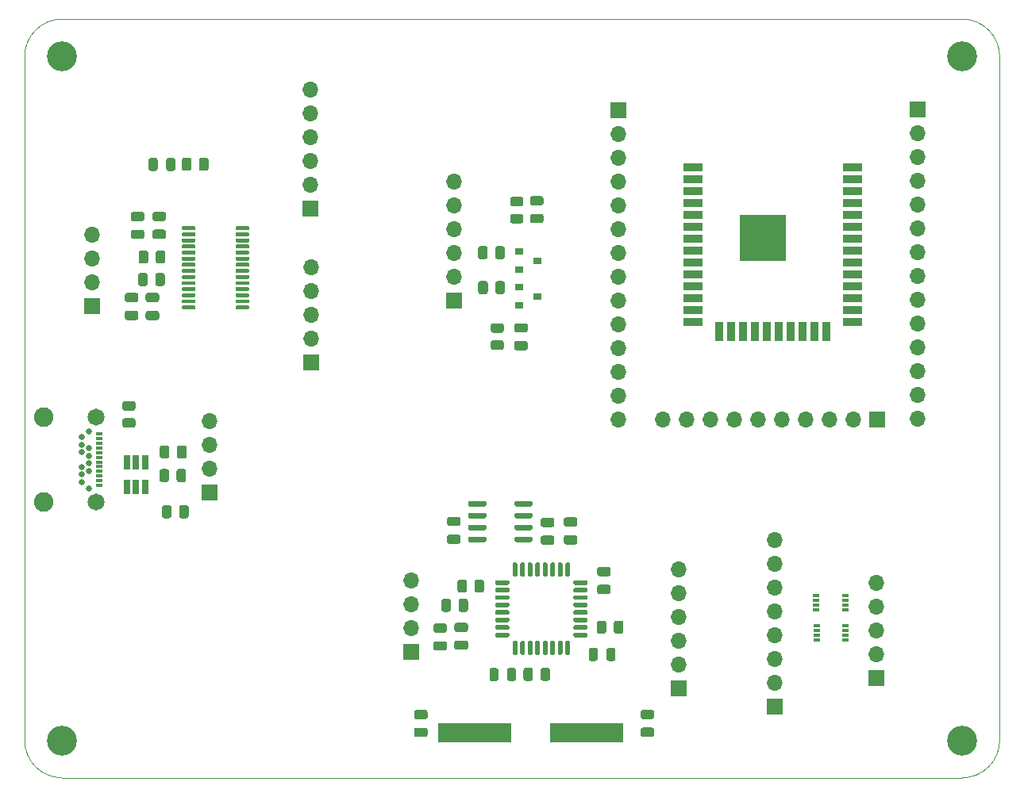
<source format=gbr>
%TF.GenerationSoftware,KiCad,Pcbnew,(5.1.10)-1*%
%TF.CreationDate,2021-08-05T14:48:44-04:00*%
%TF.ProjectId,ftdi-testing-board,66746469-2d74-4657-9374-696e672d626f,rev?*%
%TF.SameCoordinates,Original*%
%TF.FileFunction,Soldermask,Top*%
%TF.FilePolarity,Negative*%
%FSLAX46Y46*%
G04 Gerber Fmt 4.6, Leading zero omitted, Abs format (unit mm)*
G04 Created by KiCad (PCBNEW (5.1.10)-1) date 2021-08-05 14:48:44*
%MOMM*%
%LPD*%
G01*
G04 APERTURE LIST*
%TA.AperFunction,Profile*%
%ADD10C,0.050000*%
%TD*%
%ADD11C,3.200000*%
%ADD12O,1.700000X1.700000*%
%ADD13R,1.700000X1.700000*%
%ADD14R,0.650000X1.560000*%
%ADD15C,1.815000*%
%ADD16C,2.085000*%
%ADD17C,0.650000*%
%ADD18R,0.700000X0.350000*%
%ADD19R,0.900000X0.800000*%
%ADD20R,0.800000X0.300000*%
%ADD21R,5.000000X5.000000*%
%ADD22R,2.000000X0.900000*%
%ADD23R,0.900000X2.000000*%
%ADD24R,7.875000X2.000000*%
G04 APERTURE END LIST*
D10*
X242000000Y-94000000D02*
G75*
G03*
X238000000Y-90000000I-4000000J0D01*
G01*
X238000000Y-171000000D02*
G75*
G03*
X242000000Y-167000000I0J4000000D01*
G01*
X138000000Y-167000000D02*
G75*
G03*
X142000000Y-171000000I4000000J0D01*
G01*
X142000000Y-90000000D02*
G75*
G03*
X138000000Y-94000000I0J-4000000D01*
G01*
X138000000Y-167000000D02*
X138000000Y-94000000D01*
X238000000Y-90000000D02*
X142000000Y-90000000D01*
X242000000Y-167000000D02*
X242000000Y-94000000D01*
X142000000Y-171000000D02*
X238000000Y-171000000D01*
D11*
%TO.C,REF\u002A\u002A*%
X142000000Y-94000000D03*
%TD*%
%TO.C,REF\u002A\u002A*%
X238000000Y-94000000D03*
%TD*%
%TO.C,REF\u002A\u002A*%
X238000000Y-167000000D03*
%TD*%
%TO.C,REF\u002A\u002A*%
X142000000Y-167000000D03*
%TD*%
D12*
%TO.C,J13*%
X207751680Y-148757640D03*
X207751680Y-151297640D03*
X207751680Y-153837640D03*
X207751680Y-156377640D03*
X207751680Y-158917640D03*
D13*
X207751680Y-161457640D03*
%TD*%
D12*
%TO.C,J11*%
X168490900Y-97551240D03*
X168490900Y-100091240D03*
X168490900Y-102631240D03*
X168490900Y-105171240D03*
X168490900Y-107711240D03*
D13*
X168490900Y-110251240D03*
%TD*%
D12*
%TO.C,J2*%
X183779160Y-107332780D03*
X183779160Y-109872780D03*
X183779160Y-112412780D03*
X183779160Y-114952780D03*
X183779160Y-117492780D03*
D13*
X183779160Y-120032780D03*
%TD*%
%TO.C,C1*%
G36*
G01*
X193098440Y-111795220D02*
X192148440Y-111795220D01*
G75*
G02*
X191898440Y-111545220I0J250000D01*
G01*
X191898440Y-111045220D01*
G75*
G02*
X192148440Y-110795220I250000J0D01*
G01*
X193098440Y-110795220D01*
G75*
G02*
X193348440Y-111045220I0J-250000D01*
G01*
X193348440Y-111545220D01*
G75*
G02*
X193098440Y-111795220I-250000J0D01*
G01*
G37*
G36*
G01*
X193098440Y-109895220D02*
X192148440Y-109895220D01*
G75*
G02*
X191898440Y-109645220I0J250000D01*
G01*
X191898440Y-109145220D01*
G75*
G02*
X192148440Y-108895220I250000J0D01*
G01*
X193098440Y-108895220D01*
G75*
G02*
X193348440Y-109145220I0J-250000D01*
G01*
X193348440Y-109645220D01*
G75*
G02*
X193098440Y-109895220I-250000J0D01*
G01*
G37*
%TD*%
%TO.C,C2*%
G36*
G01*
X190469500Y-124366440D02*
X191419500Y-124366440D01*
G75*
G02*
X191669500Y-124616440I0J-250000D01*
G01*
X191669500Y-125116440D01*
G75*
G02*
X191419500Y-125366440I-250000J0D01*
G01*
X190469500Y-125366440D01*
G75*
G02*
X190219500Y-125116440I0J250000D01*
G01*
X190219500Y-124616440D01*
G75*
G02*
X190469500Y-124366440I250000J0D01*
G01*
G37*
G36*
G01*
X190469500Y-122466440D02*
X191419500Y-122466440D01*
G75*
G02*
X191669500Y-122716440I0J-250000D01*
G01*
X191669500Y-123216440D01*
G75*
G02*
X191419500Y-123466440I-250000J0D01*
G01*
X190469500Y-123466440D01*
G75*
G02*
X190219500Y-123216440I0J250000D01*
G01*
X190219500Y-122716440D01*
G75*
G02*
X190469500Y-122466440I250000J0D01*
G01*
G37*
%TD*%
%TO.C,C3*%
G36*
G01*
X184091560Y-156342540D02*
X185041560Y-156342540D01*
G75*
G02*
X185291560Y-156592540I0J-250000D01*
G01*
X185291560Y-157092540D01*
G75*
G02*
X185041560Y-157342540I-250000J0D01*
G01*
X184091560Y-157342540D01*
G75*
G02*
X183841560Y-157092540I0J250000D01*
G01*
X183841560Y-156592540D01*
G75*
G02*
X184091560Y-156342540I250000J0D01*
G01*
G37*
G36*
G01*
X184091560Y-154442540D02*
X185041560Y-154442540D01*
G75*
G02*
X185291560Y-154692540I0J-250000D01*
G01*
X185291560Y-155192540D01*
G75*
G02*
X185041560Y-155442540I-250000J0D01*
G01*
X184091560Y-155442540D01*
G75*
G02*
X183841560Y-155192540I0J250000D01*
G01*
X183841560Y-154692540D01*
G75*
G02*
X184091560Y-154442540I250000J0D01*
G01*
G37*
%TD*%
%TO.C,C4*%
G36*
G01*
X181846200Y-154518700D02*
X182796200Y-154518700D01*
G75*
G02*
X183046200Y-154768700I0J-250000D01*
G01*
X183046200Y-155268700D01*
G75*
G02*
X182796200Y-155518700I-250000J0D01*
G01*
X181846200Y-155518700D01*
G75*
G02*
X181596200Y-155268700I0J250000D01*
G01*
X181596200Y-154768700D01*
G75*
G02*
X181846200Y-154518700I250000J0D01*
G01*
G37*
G36*
G01*
X181846200Y-156418700D02*
X182796200Y-156418700D01*
G75*
G02*
X183046200Y-156668700I0J-250000D01*
G01*
X183046200Y-157168700D01*
G75*
G02*
X182796200Y-157418700I-250000J0D01*
G01*
X181846200Y-157418700D01*
G75*
G02*
X181596200Y-157168700I0J250000D01*
G01*
X181596200Y-156668700D01*
G75*
G02*
X181846200Y-156418700I250000J0D01*
G01*
G37*
%TD*%
%TO.C,C5*%
G36*
G01*
X152829280Y-113469080D02*
X151879280Y-113469080D01*
G75*
G02*
X151629280Y-113219080I0J250000D01*
G01*
X151629280Y-112719080D01*
G75*
G02*
X151879280Y-112469080I250000J0D01*
G01*
X152829280Y-112469080D01*
G75*
G02*
X153079280Y-112719080I0J-250000D01*
G01*
X153079280Y-113219080D01*
G75*
G02*
X152829280Y-113469080I-250000J0D01*
G01*
G37*
G36*
G01*
X152829280Y-111569080D02*
X151879280Y-111569080D01*
G75*
G02*
X151629280Y-111319080I0J250000D01*
G01*
X151629280Y-110819080D01*
G75*
G02*
X151879280Y-110569080I250000J0D01*
G01*
X152829280Y-110569080D01*
G75*
G02*
X153079280Y-110819080I0J-250000D01*
G01*
X153079280Y-111319080D01*
G75*
G02*
X152829280Y-111569080I-250000J0D01*
G01*
G37*
%TD*%
%TO.C,C6*%
G36*
G01*
X196700160Y-146092880D02*
X195750160Y-146092880D01*
G75*
G02*
X195500160Y-145842880I0J250000D01*
G01*
X195500160Y-145342880D01*
G75*
G02*
X195750160Y-145092880I250000J0D01*
G01*
X196700160Y-145092880D01*
G75*
G02*
X196950160Y-145342880I0J-250000D01*
G01*
X196950160Y-145842880D01*
G75*
G02*
X196700160Y-146092880I-250000J0D01*
G01*
G37*
G36*
G01*
X196700160Y-144192880D02*
X195750160Y-144192880D01*
G75*
G02*
X195500160Y-143942880I0J250000D01*
G01*
X195500160Y-143442880D01*
G75*
G02*
X195750160Y-143192880I250000J0D01*
G01*
X196700160Y-143192880D01*
G75*
G02*
X196950160Y-143442880I0J-250000D01*
G01*
X196950160Y-143942880D01*
G75*
G02*
X196700160Y-144192880I-250000J0D01*
G01*
G37*
%TD*%
%TO.C,C7*%
G36*
G01*
X148945580Y-119227980D02*
X149895580Y-119227980D01*
G75*
G02*
X150145580Y-119477980I0J-250000D01*
G01*
X150145580Y-119977980D01*
G75*
G02*
X149895580Y-120227980I-250000J0D01*
G01*
X148945580Y-120227980D01*
G75*
G02*
X148695580Y-119977980I0J250000D01*
G01*
X148695580Y-119477980D01*
G75*
G02*
X148945580Y-119227980I250000J0D01*
G01*
G37*
G36*
G01*
X148945580Y-121127980D02*
X149895580Y-121127980D01*
G75*
G02*
X150145580Y-121377980I0J-250000D01*
G01*
X150145580Y-121877980D01*
G75*
G02*
X149895580Y-122127980I-250000J0D01*
G01*
X148945580Y-122127980D01*
G75*
G02*
X148695580Y-121877980I0J250000D01*
G01*
X148695580Y-121377980D01*
G75*
G02*
X148945580Y-121127980I250000J0D01*
G01*
G37*
%TD*%
%TO.C,C8*%
G36*
G01*
X180738800Y-166654140D02*
X179788800Y-166654140D01*
G75*
G02*
X179538800Y-166404140I0J250000D01*
G01*
X179538800Y-165904140D01*
G75*
G02*
X179788800Y-165654140I250000J0D01*
G01*
X180738800Y-165654140D01*
G75*
G02*
X180988800Y-165904140I0J-250000D01*
G01*
X180988800Y-166404140D01*
G75*
G02*
X180738800Y-166654140I-250000J0D01*
G01*
G37*
G36*
G01*
X180738800Y-164754140D02*
X179788800Y-164754140D01*
G75*
G02*
X179538800Y-164504140I0J250000D01*
G01*
X179538800Y-164004140D01*
G75*
G02*
X179788800Y-163754140I250000J0D01*
G01*
X180738800Y-163754140D01*
G75*
G02*
X180988800Y-164004140I0J-250000D01*
G01*
X180988800Y-164504140D01*
G75*
G02*
X180738800Y-164754140I-250000J0D01*
G01*
G37*
%TD*%
%TO.C,C9*%
G36*
G01*
X151155380Y-119230480D02*
X152105380Y-119230480D01*
G75*
G02*
X152355380Y-119480480I0J-250000D01*
G01*
X152355380Y-119980480D01*
G75*
G02*
X152105380Y-120230480I-250000J0D01*
G01*
X151155380Y-120230480D01*
G75*
G02*
X150905380Y-119980480I0J250000D01*
G01*
X150905380Y-119480480D01*
G75*
G02*
X151155380Y-119230480I250000J0D01*
G01*
G37*
G36*
G01*
X151155380Y-121130480D02*
X152105380Y-121130480D01*
G75*
G02*
X152355380Y-121380480I0J-250000D01*
G01*
X152355380Y-121880480D01*
G75*
G02*
X152105380Y-122130480I-250000J0D01*
G01*
X151155380Y-122130480D01*
G75*
G02*
X150905380Y-121880480I0J250000D01*
G01*
X150905380Y-121380480D01*
G75*
G02*
X151155380Y-121130480I250000J0D01*
G01*
G37*
%TD*%
%TO.C,C10*%
G36*
G01*
X204896740Y-164733860D02*
X203946740Y-164733860D01*
G75*
G02*
X203696740Y-164483860I0J250000D01*
G01*
X203696740Y-163983860D01*
G75*
G02*
X203946740Y-163733860I250000J0D01*
G01*
X204896740Y-163733860D01*
G75*
G02*
X205146740Y-163983860I0J-250000D01*
G01*
X205146740Y-164483860D01*
G75*
G02*
X204896740Y-164733860I-250000J0D01*
G01*
G37*
G36*
G01*
X204896740Y-166633860D02*
X203946740Y-166633860D01*
G75*
G02*
X203696740Y-166383860I0J250000D01*
G01*
X203696740Y-165883860D01*
G75*
G02*
X203946740Y-165633860I250000J0D01*
G01*
X204896740Y-165633860D01*
G75*
G02*
X205146740Y-165883860I0J-250000D01*
G01*
X205146740Y-166383860D01*
G75*
G02*
X204896740Y-166633860I-250000J0D01*
G01*
G37*
%TD*%
%TO.C,C11*%
G36*
G01*
X200263780Y-149496400D02*
X199313780Y-149496400D01*
G75*
G02*
X199063780Y-149246400I0J250000D01*
G01*
X199063780Y-148746400D01*
G75*
G02*
X199313780Y-148496400I250000J0D01*
G01*
X200263780Y-148496400D01*
G75*
G02*
X200513780Y-148746400I0J-250000D01*
G01*
X200513780Y-149246400D01*
G75*
G02*
X200263780Y-149496400I-250000J0D01*
G01*
G37*
G36*
G01*
X200263780Y-151396400D02*
X199313780Y-151396400D01*
G75*
G02*
X199063780Y-151146400I0J250000D01*
G01*
X199063780Y-150646400D01*
G75*
G02*
X199313780Y-150396400I250000J0D01*
G01*
X200263780Y-150396400D01*
G75*
G02*
X200513780Y-150646400I0J-250000D01*
G01*
X200513780Y-151146400D01*
G75*
G02*
X200263780Y-151396400I-250000J0D01*
G01*
G37*
%TD*%
D14*
%TO.C,D1*%
X150835400Y-137283200D03*
X149885400Y-137283200D03*
X148935400Y-137283200D03*
X148935400Y-139983200D03*
X150835400Y-139983200D03*
X149885400Y-139983200D03*
%TD*%
%TO.C,D2*%
G36*
G01*
X198170980Y-158291850D02*
X198170980Y-157379350D01*
G75*
G02*
X198414730Y-157135600I243750J0D01*
G01*
X198902230Y-157135600D01*
G75*
G02*
X199145980Y-157379350I0J-243750D01*
G01*
X199145980Y-158291850D01*
G75*
G02*
X198902230Y-158535600I-243750J0D01*
G01*
X198414730Y-158535600D01*
G75*
G02*
X198170980Y-158291850I0J243750D01*
G01*
G37*
G36*
G01*
X200045980Y-158291850D02*
X200045980Y-157379350D01*
G75*
G02*
X200289730Y-157135600I243750J0D01*
G01*
X200777230Y-157135600D01*
G75*
G02*
X201020980Y-157379350I0J-243750D01*
G01*
X201020980Y-158291850D01*
G75*
G02*
X200777230Y-158535600I-243750J0D01*
G01*
X200289730Y-158535600D01*
G75*
G02*
X200045980Y-158291850I0J243750D01*
G01*
G37*
%TD*%
%TO.C,D3*%
G36*
G01*
X187571320Y-160438150D02*
X187571320Y-159525650D01*
G75*
G02*
X187815070Y-159281900I243750J0D01*
G01*
X188302570Y-159281900D01*
G75*
G02*
X188546320Y-159525650I0J-243750D01*
G01*
X188546320Y-160438150D01*
G75*
G02*
X188302570Y-160681900I-243750J0D01*
G01*
X187815070Y-160681900D01*
G75*
G02*
X187571320Y-160438150I0J243750D01*
G01*
G37*
G36*
G01*
X189446320Y-160438150D02*
X189446320Y-159525650D01*
G75*
G02*
X189690070Y-159281900I243750J0D01*
G01*
X190177570Y-159281900D01*
G75*
G02*
X190421320Y-159525650I0J-243750D01*
G01*
X190421320Y-160438150D01*
G75*
G02*
X190177570Y-160681900I-243750J0D01*
G01*
X189690070Y-160681900D01*
G75*
G02*
X189446320Y-160438150I0J243750D01*
G01*
G37*
%TD*%
%TO.C,D4*%
G36*
G01*
X153094080Y-105978010D02*
X153094080Y-105065510D01*
G75*
G02*
X153337830Y-104821760I243750J0D01*
G01*
X153825330Y-104821760D01*
G75*
G02*
X154069080Y-105065510I0J-243750D01*
G01*
X154069080Y-105978010D01*
G75*
G02*
X153825330Y-106221760I-243750J0D01*
G01*
X153337830Y-106221760D01*
G75*
G02*
X153094080Y-105978010I0J243750D01*
G01*
G37*
G36*
G01*
X151219080Y-105978010D02*
X151219080Y-105065510D01*
G75*
G02*
X151462830Y-104821760I243750J0D01*
G01*
X151950330Y-104821760D01*
G75*
G02*
X152194080Y-105065510I0J-243750D01*
G01*
X152194080Y-105978010D01*
G75*
G02*
X151950330Y-106221760I-243750J0D01*
G01*
X151462830Y-106221760D01*
G75*
G02*
X151219080Y-105978010I0J243750D01*
G01*
G37*
%TD*%
%TO.C,FB1*%
G36*
G01*
X153447800Y-135770199D02*
X153447800Y-136670201D01*
G75*
G02*
X153197801Y-136920200I-249999J0D01*
G01*
X152672799Y-136920200D01*
G75*
G02*
X152422800Y-136670201I0J249999D01*
G01*
X152422800Y-135770199D01*
G75*
G02*
X152672799Y-135520200I249999J0D01*
G01*
X153197801Y-135520200D01*
G75*
G02*
X153447800Y-135770199I0J-249999D01*
G01*
G37*
G36*
G01*
X155272800Y-135770199D02*
X155272800Y-136670201D01*
G75*
G02*
X155022801Y-136920200I-249999J0D01*
G01*
X154497799Y-136920200D01*
G75*
G02*
X154247800Y-136670201I0J249999D01*
G01*
X154247800Y-135770199D01*
G75*
G02*
X154497799Y-135520200I249999J0D01*
G01*
X155022801Y-135520200D01*
G75*
G02*
X155272800Y-135770199I0J-249999D01*
G01*
G37*
%TD*%
%TO.C,FB2*%
G36*
G01*
X155222000Y-138284799D02*
X155222000Y-139184801D01*
G75*
G02*
X154972001Y-139434800I-249999J0D01*
G01*
X154446999Y-139434800D01*
G75*
G02*
X154197000Y-139184801I0J249999D01*
G01*
X154197000Y-138284799D01*
G75*
G02*
X154446999Y-138034800I249999J0D01*
G01*
X154972001Y-138034800D01*
G75*
G02*
X155222000Y-138284799I0J-249999D01*
G01*
G37*
G36*
G01*
X153397000Y-138284799D02*
X153397000Y-139184801D01*
G75*
G02*
X153147001Y-139434800I-249999J0D01*
G01*
X152621999Y-139434800D01*
G75*
G02*
X152372000Y-139184801I0J249999D01*
G01*
X152372000Y-138284799D01*
G75*
G02*
X152621999Y-138034800I249999J0D01*
G01*
X153147001Y-138034800D01*
G75*
G02*
X153397000Y-138284799I0J-249999D01*
G01*
G37*
%TD*%
D13*
%TO.C,J1*%
X201340720Y-99728020D03*
D12*
X201340720Y-102268020D03*
X201340720Y-104808020D03*
X201340720Y-107348020D03*
X201340720Y-109888020D03*
X201340720Y-112428020D03*
X201340720Y-114968020D03*
X201340720Y-117508020D03*
X201340720Y-120048020D03*
X201340720Y-122588020D03*
X201340720Y-125128020D03*
X201340720Y-127668020D03*
X201340720Y-130208020D03*
X201340720Y-132748020D03*
%TD*%
D15*
%TO.C,J3*%
X145630200Y-141533000D03*
D16*
X140030200Y-141533000D03*
X140030200Y-132533000D03*
D15*
X145630200Y-132533000D03*
D17*
X144830200Y-133983000D03*
X144130200Y-134633000D03*
X144130200Y-135433000D03*
X144830200Y-135833000D03*
X144130200Y-136233000D03*
X144830200Y-136633000D03*
X144830200Y-137433000D03*
X144130200Y-137833000D03*
X144830200Y-138233000D03*
X144130200Y-138633000D03*
X144130200Y-139433000D03*
X144830200Y-140083000D03*
D18*
X145980200Y-139783000D03*
X145980200Y-139283000D03*
X145980200Y-138783000D03*
X145980200Y-138283000D03*
X145980200Y-137783000D03*
X145980200Y-137283000D03*
X145980200Y-136783000D03*
X145980200Y-136283000D03*
X145980200Y-135783000D03*
X145980200Y-135283000D03*
X145980200Y-134783000D03*
X145980200Y-134283000D03*
%TD*%
D12*
%TO.C,J4*%
X233210100Y-132633720D03*
X233210100Y-130093720D03*
X233210100Y-127553720D03*
X233210100Y-125013720D03*
X233210100Y-122473720D03*
X233210100Y-119933720D03*
X233210100Y-117393720D03*
X233210100Y-114853720D03*
X233210100Y-112313720D03*
X233210100Y-109773720D03*
X233210100Y-107233720D03*
X233210100Y-104693720D03*
X233210100Y-102153720D03*
D13*
X233210100Y-99613720D03*
%TD*%
%TO.C,J5*%
X228909880Y-132727700D03*
D12*
X226369880Y-132727700D03*
X223829880Y-132727700D03*
X221289880Y-132727700D03*
X218749880Y-132727700D03*
X216209880Y-132727700D03*
X213669880Y-132727700D03*
X211129880Y-132727700D03*
X208589880Y-132727700D03*
X206049880Y-132727700D03*
%TD*%
D13*
%TO.C,J6*%
X218033600Y-163441380D03*
D12*
X218033600Y-160901380D03*
X218033600Y-158361380D03*
X218033600Y-155821380D03*
X218033600Y-153281380D03*
X218033600Y-150741380D03*
X218033600Y-148201380D03*
X218033600Y-145661380D03*
%TD*%
%TO.C,J7*%
X157734000Y-132892800D03*
X157734000Y-135432800D03*
X157734000Y-137972800D03*
D13*
X157734000Y-140512800D03*
%TD*%
D12*
%TO.C,J8*%
X228828600Y-150207980D03*
X228828600Y-152747980D03*
X228828600Y-155287980D03*
X228828600Y-157827980D03*
D13*
X228828600Y-160367980D03*
%TD*%
%TO.C,J9*%
X179270660Y-157530800D03*
D12*
X179270660Y-154990800D03*
X179270660Y-152450800D03*
X179270660Y-149910800D03*
%TD*%
D13*
%TO.C,J10*%
X145191480Y-120667780D03*
D12*
X145191480Y-118127780D03*
X145191480Y-115587780D03*
X145191480Y-113047780D03*
%TD*%
D13*
%TO.C,J12*%
X168526460Y-126674880D03*
D12*
X168526460Y-124134880D03*
X168526460Y-121594880D03*
X168526460Y-119054880D03*
X168526460Y-116514880D03*
%TD*%
D19*
%TO.C,Q1*%
X192726820Y-115788440D03*
X190726820Y-116738440D03*
X190726820Y-114838440D03*
%TD*%
%TO.C,Q2*%
X190726820Y-118635740D03*
X190726820Y-120535740D03*
X192726820Y-119585740D03*
%TD*%
%TO.C,R1*%
G36*
G01*
X187389820Y-114487539D02*
X187389820Y-115387541D01*
G75*
G02*
X187139821Y-115637540I-249999J0D01*
G01*
X186614819Y-115637540D01*
G75*
G02*
X186364820Y-115387541I0J249999D01*
G01*
X186364820Y-114487539D01*
G75*
G02*
X186614819Y-114237540I249999J0D01*
G01*
X187139821Y-114237540D01*
G75*
G02*
X187389820Y-114487539I0J-249999D01*
G01*
G37*
G36*
G01*
X189214820Y-114487539D02*
X189214820Y-115387541D01*
G75*
G02*
X188964821Y-115637540I-249999J0D01*
G01*
X188439819Y-115637540D01*
G75*
G02*
X188189820Y-115387541I0J249999D01*
G01*
X188189820Y-114487539D01*
G75*
G02*
X188439819Y-114237540I249999J0D01*
G01*
X188964821Y-114237540D01*
G75*
G02*
X189214820Y-114487539I0J-249999D01*
G01*
G37*
%TD*%
%TO.C,R2*%
G36*
G01*
X189230060Y-118218799D02*
X189230060Y-119118801D01*
G75*
G02*
X188980061Y-119368800I-249999J0D01*
G01*
X188455059Y-119368800D01*
G75*
G02*
X188205060Y-119118801I0J249999D01*
G01*
X188205060Y-118218799D01*
G75*
G02*
X188455059Y-117968800I249999J0D01*
G01*
X188980061Y-117968800D01*
G75*
G02*
X189230060Y-118218799I0J-249999D01*
G01*
G37*
G36*
G01*
X187405060Y-118218799D02*
X187405060Y-119118801D01*
G75*
G02*
X187155061Y-119368800I-249999J0D01*
G01*
X186630059Y-119368800D01*
G75*
G02*
X186380060Y-119118801I0J249999D01*
G01*
X186380060Y-118218799D01*
G75*
G02*
X186630059Y-117968800I249999J0D01*
G01*
X187155061Y-117968800D01*
G75*
G02*
X187405060Y-118218799I0J-249999D01*
G01*
G37*
%TD*%
%TO.C,R3*%
G36*
G01*
X152651400Y-143045601D02*
X152651400Y-142145599D01*
G75*
G02*
X152901399Y-141895600I249999J0D01*
G01*
X153426401Y-141895600D01*
G75*
G02*
X153676400Y-142145599I0J-249999D01*
G01*
X153676400Y-143045601D01*
G75*
G02*
X153426401Y-143295600I-249999J0D01*
G01*
X152901399Y-143295600D01*
G75*
G02*
X152651400Y-143045601I0J249999D01*
G01*
G37*
G36*
G01*
X154476400Y-143045601D02*
X154476400Y-142145599D01*
G75*
G02*
X154726399Y-141895600I249999J0D01*
G01*
X155251401Y-141895600D01*
G75*
G02*
X155501400Y-142145599I0J-249999D01*
G01*
X155501400Y-143045601D01*
G75*
G02*
X155251401Y-143295600I-249999J0D01*
G01*
X154726399Y-143295600D01*
G75*
G02*
X154476400Y-143045601I0J249999D01*
G01*
G37*
%TD*%
%TO.C,R4*%
G36*
G01*
X149573401Y-131807000D02*
X148673399Y-131807000D01*
G75*
G02*
X148423400Y-131557001I0J249999D01*
G01*
X148423400Y-131031999D01*
G75*
G02*
X148673399Y-130782000I249999J0D01*
G01*
X149573401Y-130782000D01*
G75*
G02*
X149823400Y-131031999I0J-249999D01*
G01*
X149823400Y-131557001D01*
G75*
G02*
X149573401Y-131807000I-249999J0D01*
G01*
G37*
G36*
G01*
X149573401Y-133632000D02*
X148673399Y-133632000D01*
G75*
G02*
X148423400Y-133382001I0J249999D01*
G01*
X148423400Y-132856999D01*
G75*
G02*
X148673399Y-132607000I249999J0D01*
G01*
X149573401Y-132607000D01*
G75*
G02*
X149823400Y-132856999I0J-249999D01*
G01*
X149823400Y-133382001D01*
G75*
G02*
X149573401Y-133632000I-249999J0D01*
G01*
G37*
%TD*%
%TO.C,R5*%
G36*
G01*
X190042379Y-110785860D02*
X190942381Y-110785860D01*
G75*
G02*
X191192380Y-111035859I0J-249999D01*
G01*
X191192380Y-111560861D01*
G75*
G02*
X190942381Y-111810860I-249999J0D01*
G01*
X190042379Y-111810860D01*
G75*
G02*
X189792380Y-111560861I0J249999D01*
G01*
X189792380Y-111035859D01*
G75*
G02*
X190042379Y-110785860I249999J0D01*
G01*
G37*
G36*
G01*
X190042379Y-108960860D02*
X190942381Y-108960860D01*
G75*
G02*
X191192380Y-109210859I0J-249999D01*
G01*
X191192380Y-109735861D01*
G75*
G02*
X190942381Y-109985860I-249999J0D01*
G01*
X190042379Y-109985860D01*
G75*
G02*
X189792380Y-109735861I0J249999D01*
G01*
X189792380Y-109210859D01*
G75*
G02*
X190042379Y-108960860I249999J0D01*
G01*
G37*
%TD*%
%TO.C,R6*%
G36*
G01*
X188864661Y-125323020D02*
X187964659Y-125323020D01*
G75*
G02*
X187714660Y-125073021I0J249999D01*
G01*
X187714660Y-124548019D01*
G75*
G02*
X187964659Y-124298020I249999J0D01*
G01*
X188864661Y-124298020D01*
G75*
G02*
X189114660Y-124548019I0J-249999D01*
G01*
X189114660Y-125073021D01*
G75*
G02*
X188864661Y-125323020I-249999J0D01*
G01*
G37*
G36*
G01*
X188864661Y-123498020D02*
X187964659Y-123498020D01*
G75*
G02*
X187714660Y-123248021I0J249999D01*
G01*
X187714660Y-122723019D01*
G75*
G02*
X187964659Y-122473020I249999J0D01*
G01*
X188864661Y-122473020D01*
G75*
G02*
X189114660Y-122723019I0J-249999D01*
G01*
X189114660Y-123248021D01*
G75*
G02*
X188864661Y-123498020I-249999J0D01*
G01*
G37*
%TD*%
%TO.C,R7*%
G36*
G01*
X183475040Y-152137959D02*
X183475040Y-153037961D01*
G75*
G02*
X183225041Y-153287960I-249999J0D01*
G01*
X182700039Y-153287960D01*
G75*
G02*
X182450040Y-153037961I0J249999D01*
G01*
X182450040Y-152137959D01*
G75*
G02*
X182700039Y-151887960I249999J0D01*
G01*
X183225041Y-151887960D01*
G75*
G02*
X183475040Y-152137959I0J-249999D01*
G01*
G37*
G36*
G01*
X185300040Y-152137959D02*
X185300040Y-153037961D01*
G75*
G02*
X185050041Y-153287960I-249999J0D01*
G01*
X184525039Y-153287960D01*
G75*
G02*
X184275040Y-153037961I0J249999D01*
G01*
X184275040Y-152137959D01*
G75*
G02*
X184525039Y-151887960I249999J0D01*
G01*
X185050041Y-151887960D01*
G75*
G02*
X185300040Y-152137959I0J-249999D01*
G01*
G37*
%TD*%
%TO.C,R8*%
G36*
G01*
X187009460Y-150093259D02*
X187009460Y-150993261D01*
G75*
G02*
X186759461Y-151243260I-249999J0D01*
G01*
X186234459Y-151243260D01*
G75*
G02*
X185984460Y-150993261I0J249999D01*
G01*
X185984460Y-150093259D01*
G75*
G02*
X186234459Y-149843260I249999J0D01*
G01*
X186759461Y-149843260D01*
G75*
G02*
X187009460Y-150093259I0J-249999D01*
G01*
G37*
G36*
G01*
X185184460Y-150093259D02*
X185184460Y-150993261D01*
G75*
G02*
X184934461Y-151243260I-249999J0D01*
G01*
X184409459Y-151243260D01*
G75*
G02*
X184159460Y-150993261I0J249999D01*
G01*
X184159460Y-150093259D01*
G75*
G02*
X184409459Y-149843260I249999J0D01*
G01*
X184934461Y-149843260D01*
G75*
G02*
X185184460Y-150093259I0J-249999D01*
G01*
G37*
%TD*%
%TO.C,R9*%
G36*
G01*
X153004580Y-114959979D02*
X153004580Y-115859981D01*
G75*
G02*
X152754581Y-116109980I-249999J0D01*
G01*
X152229579Y-116109980D01*
G75*
G02*
X151979580Y-115859981I0J249999D01*
G01*
X151979580Y-114959979D01*
G75*
G02*
X152229579Y-114709980I249999J0D01*
G01*
X152754581Y-114709980D01*
G75*
G02*
X153004580Y-114959979I0J-249999D01*
G01*
G37*
G36*
G01*
X151179580Y-114959979D02*
X151179580Y-115859981D01*
G75*
G02*
X150929581Y-116109980I-249999J0D01*
G01*
X150404579Y-116109980D01*
G75*
G02*
X150154580Y-115859981I0J249999D01*
G01*
X150154580Y-114959979D01*
G75*
G02*
X150404579Y-114709980I249999J0D01*
G01*
X150929581Y-114709980D01*
G75*
G02*
X151179580Y-114959979I0J-249999D01*
G01*
G37*
%TD*%
%TO.C,R10*%
G36*
G01*
X151130680Y-117360279D02*
X151130680Y-118260281D01*
G75*
G02*
X150880681Y-118510280I-249999J0D01*
G01*
X150355679Y-118510280D01*
G75*
G02*
X150105680Y-118260281I0J249999D01*
G01*
X150105680Y-117360279D01*
G75*
G02*
X150355679Y-117110280I249999J0D01*
G01*
X150880681Y-117110280D01*
G75*
G02*
X151130680Y-117360279I0J-249999D01*
G01*
G37*
G36*
G01*
X152955680Y-117360279D02*
X152955680Y-118260281D01*
G75*
G02*
X152705681Y-118510280I-249999J0D01*
G01*
X152180679Y-118510280D01*
G75*
G02*
X151930680Y-118260281I0J249999D01*
G01*
X151930680Y-117360279D01*
G75*
G02*
X152180679Y-117110280I249999J0D01*
G01*
X152705681Y-117110280D01*
G75*
G02*
X152955680Y-117360279I0J-249999D01*
G01*
G37*
%TD*%
%TO.C,R11*%
G36*
G01*
X200842200Y-155372221D02*
X200842200Y-154472219D01*
G75*
G02*
X201092199Y-154222220I249999J0D01*
G01*
X201617201Y-154222220D01*
G75*
G02*
X201867200Y-154472219I0J-249999D01*
G01*
X201867200Y-155372221D01*
G75*
G02*
X201617201Y-155622220I-249999J0D01*
G01*
X201092199Y-155622220D01*
G75*
G02*
X200842200Y-155372221I0J249999D01*
G01*
G37*
G36*
G01*
X199017200Y-155372221D02*
X199017200Y-154472219D01*
G75*
G02*
X199267199Y-154222220I249999J0D01*
G01*
X199792201Y-154222220D01*
G75*
G02*
X200042200Y-154472219I0J-249999D01*
G01*
X200042200Y-155372221D01*
G75*
G02*
X199792201Y-155622220I-249999J0D01*
G01*
X199267199Y-155622220D01*
G75*
G02*
X199017200Y-155372221I0J249999D01*
G01*
G37*
%TD*%
%TO.C,R12*%
G36*
G01*
X194050980Y-159498879D02*
X194050980Y-160398881D01*
G75*
G02*
X193800981Y-160648880I-249999J0D01*
G01*
X193275979Y-160648880D01*
G75*
G02*
X193025980Y-160398881I0J249999D01*
G01*
X193025980Y-159498879D01*
G75*
G02*
X193275979Y-159248880I249999J0D01*
G01*
X193800981Y-159248880D01*
G75*
G02*
X194050980Y-159498879I0J-249999D01*
G01*
G37*
G36*
G01*
X192225980Y-159498879D02*
X192225980Y-160398881D01*
G75*
G02*
X191975981Y-160648880I-249999J0D01*
G01*
X191450979Y-160648880D01*
G75*
G02*
X191200980Y-160398881I0J249999D01*
G01*
X191200980Y-159498879D01*
G75*
G02*
X191450979Y-159248880I249999J0D01*
G01*
X191975981Y-159248880D01*
G75*
G02*
X192225980Y-159498879I0J-249999D01*
G01*
G37*
%TD*%
%TO.C,R13*%
G36*
G01*
X157614680Y-105046359D02*
X157614680Y-105946361D01*
G75*
G02*
X157364681Y-106196360I-249999J0D01*
G01*
X156839679Y-106196360D01*
G75*
G02*
X156589680Y-105946361I0J249999D01*
G01*
X156589680Y-105046359D01*
G75*
G02*
X156839679Y-104796360I249999J0D01*
G01*
X157364681Y-104796360D01*
G75*
G02*
X157614680Y-105046359I0J-249999D01*
G01*
G37*
G36*
G01*
X155789680Y-105046359D02*
X155789680Y-105946361D01*
G75*
G02*
X155539681Y-106196360I-249999J0D01*
G01*
X155014679Y-106196360D01*
G75*
G02*
X154764680Y-105946361I0J249999D01*
G01*
X154764680Y-105046359D01*
G75*
G02*
X155014679Y-104796360I249999J0D01*
G01*
X155539681Y-104796360D01*
G75*
G02*
X155789680Y-105046359I0J-249999D01*
G01*
G37*
%TD*%
D20*
%TO.C,U1*%
X225527200Y-151540780D03*
X225527200Y-152040780D03*
X225527200Y-152540780D03*
X225527200Y-153040780D03*
X222427200Y-153040780D03*
X222427200Y-152540780D03*
X222427200Y-152040780D03*
X222427200Y-151540780D03*
%TD*%
%TO.C,U2*%
X222478000Y-154791980D03*
X222478000Y-155291980D03*
X222478000Y-155791980D03*
X222478000Y-156291980D03*
X225578000Y-156291980D03*
X225578000Y-155791980D03*
X225578000Y-155291980D03*
X225578000Y-154791980D03*
%TD*%
D21*
%TO.C,U3*%
X216774000Y-113366460D03*
D22*
X226274000Y-105866460D03*
X226274000Y-107136460D03*
X226274000Y-108406460D03*
X226274000Y-109676460D03*
X226274000Y-110946460D03*
X226274000Y-112216460D03*
X226274000Y-113486460D03*
X226274000Y-114756460D03*
X226274000Y-116026460D03*
X226274000Y-117296460D03*
X226274000Y-118566460D03*
X226274000Y-119836460D03*
X226274000Y-121106460D03*
X226274000Y-122376460D03*
D23*
X223489000Y-123376460D03*
X222219000Y-123376460D03*
X220949000Y-123376460D03*
X219679000Y-123376460D03*
X218409000Y-123376460D03*
X217139000Y-123376460D03*
X215869000Y-123376460D03*
X214599000Y-123376460D03*
X213329000Y-123376460D03*
X212059000Y-123376460D03*
D22*
X209274000Y-122376460D03*
X209274000Y-121106460D03*
X209274000Y-119836460D03*
X209274000Y-118566460D03*
X209274000Y-117296460D03*
X209274000Y-116026460D03*
X209274000Y-114756460D03*
X209274000Y-113486460D03*
X209274000Y-112216460D03*
X209274000Y-110946460D03*
X209274000Y-109676460D03*
X209274000Y-108406460D03*
X209274000Y-107136460D03*
X209274000Y-105866460D03*
%TD*%
%TO.C,C12*%
G36*
G01*
X184251620Y-144137000D02*
X183301620Y-144137000D01*
G75*
G02*
X183051620Y-143887000I0J250000D01*
G01*
X183051620Y-143387000D01*
G75*
G02*
X183301620Y-143137000I250000J0D01*
G01*
X184251620Y-143137000D01*
G75*
G02*
X184501620Y-143387000I0J-250000D01*
G01*
X184501620Y-143887000D01*
G75*
G02*
X184251620Y-144137000I-250000J0D01*
G01*
G37*
G36*
G01*
X184251620Y-146037000D02*
X183301620Y-146037000D01*
G75*
G02*
X183051620Y-145787000I0J250000D01*
G01*
X183051620Y-145287000D01*
G75*
G02*
X183301620Y-145037000I250000J0D01*
G01*
X184251620Y-145037000D01*
G75*
G02*
X184501620Y-145287000I0J-250000D01*
G01*
X184501620Y-145787000D01*
G75*
G02*
X184251620Y-146037000I-250000J0D01*
G01*
G37*
%TD*%
%TO.C,U5*%
G36*
G01*
X192189780Y-145389460D02*
X192189780Y-145689460D01*
G75*
G02*
X192039780Y-145839460I-150000J0D01*
G01*
X190389780Y-145839460D01*
G75*
G02*
X190239780Y-145689460I0J150000D01*
G01*
X190239780Y-145389460D01*
G75*
G02*
X190389780Y-145239460I150000J0D01*
G01*
X192039780Y-145239460D01*
G75*
G02*
X192189780Y-145389460I0J-150000D01*
G01*
G37*
G36*
G01*
X192189780Y-144119460D02*
X192189780Y-144419460D01*
G75*
G02*
X192039780Y-144569460I-150000J0D01*
G01*
X190389780Y-144569460D01*
G75*
G02*
X190239780Y-144419460I0J150000D01*
G01*
X190239780Y-144119460D01*
G75*
G02*
X190389780Y-143969460I150000J0D01*
G01*
X192039780Y-143969460D01*
G75*
G02*
X192189780Y-144119460I0J-150000D01*
G01*
G37*
G36*
G01*
X192189780Y-142849460D02*
X192189780Y-143149460D01*
G75*
G02*
X192039780Y-143299460I-150000J0D01*
G01*
X190389780Y-143299460D01*
G75*
G02*
X190239780Y-143149460I0J150000D01*
G01*
X190239780Y-142849460D01*
G75*
G02*
X190389780Y-142699460I150000J0D01*
G01*
X192039780Y-142699460D01*
G75*
G02*
X192189780Y-142849460I0J-150000D01*
G01*
G37*
G36*
G01*
X192189780Y-141579460D02*
X192189780Y-141879460D01*
G75*
G02*
X192039780Y-142029460I-150000J0D01*
G01*
X190389780Y-142029460D01*
G75*
G02*
X190239780Y-141879460I0J150000D01*
G01*
X190239780Y-141579460D01*
G75*
G02*
X190389780Y-141429460I150000J0D01*
G01*
X192039780Y-141429460D01*
G75*
G02*
X192189780Y-141579460I0J-150000D01*
G01*
G37*
G36*
G01*
X187239780Y-141579460D02*
X187239780Y-141879460D01*
G75*
G02*
X187089780Y-142029460I-150000J0D01*
G01*
X185439780Y-142029460D01*
G75*
G02*
X185289780Y-141879460I0J150000D01*
G01*
X185289780Y-141579460D01*
G75*
G02*
X185439780Y-141429460I150000J0D01*
G01*
X187089780Y-141429460D01*
G75*
G02*
X187239780Y-141579460I0J-150000D01*
G01*
G37*
G36*
G01*
X187239780Y-142849460D02*
X187239780Y-143149460D01*
G75*
G02*
X187089780Y-143299460I-150000J0D01*
G01*
X185439780Y-143299460D01*
G75*
G02*
X185289780Y-143149460I0J150000D01*
G01*
X185289780Y-142849460D01*
G75*
G02*
X185439780Y-142699460I150000J0D01*
G01*
X187089780Y-142699460D01*
G75*
G02*
X187239780Y-142849460I0J-150000D01*
G01*
G37*
G36*
G01*
X187239780Y-144119460D02*
X187239780Y-144419460D01*
G75*
G02*
X187089780Y-144569460I-150000J0D01*
G01*
X185439780Y-144569460D01*
G75*
G02*
X185289780Y-144419460I0J150000D01*
G01*
X185289780Y-144119460D01*
G75*
G02*
X185439780Y-143969460I150000J0D01*
G01*
X187089780Y-143969460D01*
G75*
G02*
X187239780Y-144119460I0J-150000D01*
G01*
G37*
G36*
G01*
X187239780Y-145389460D02*
X187239780Y-145689460D01*
G75*
G02*
X187089780Y-145839460I-150000J0D01*
G01*
X185439780Y-145839460D01*
G75*
G02*
X185289780Y-145689460I0J150000D01*
G01*
X185289780Y-145389460D01*
G75*
G02*
X185439780Y-145239460I150000J0D01*
G01*
X187089780Y-145239460D01*
G75*
G02*
X187239780Y-145389460I0J-150000D01*
G01*
G37*
%TD*%
%TO.C,C13*%
G36*
G01*
X150517880Y-111584280D02*
X149567880Y-111584280D01*
G75*
G02*
X149317880Y-111334280I0J250000D01*
G01*
X149317880Y-110834280D01*
G75*
G02*
X149567880Y-110584280I250000J0D01*
G01*
X150517880Y-110584280D01*
G75*
G02*
X150767880Y-110834280I0J-250000D01*
G01*
X150767880Y-111334280D01*
G75*
G02*
X150517880Y-111584280I-250000J0D01*
G01*
G37*
G36*
G01*
X150517880Y-113484280D02*
X149567880Y-113484280D01*
G75*
G02*
X149317880Y-113234280I0J250000D01*
G01*
X149317880Y-112734280D01*
G75*
G02*
X149567880Y-112484280I250000J0D01*
G01*
X150517880Y-112484280D01*
G75*
G02*
X150767880Y-112734280I0J-250000D01*
G01*
X150767880Y-113234280D01*
G75*
G02*
X150517880Y-113484280I-250000J0D01*
G01*
G37*
%TD*%
%TO.C,C14*%
G36*
G01*
X194243980Y-144236060D02*
X193293980Y-144236060D01*
G75*
G02*
X193043980Y-143986060I0J250000D01*
G01*
X193043980Y-143486060D01*
G75*
G02*
X193293980Y-143236060I250000J0D01*
G01*
X194243980Y-143236060D01*
G75*
G02*
X194493980Y-143486060I0J-250000D01*
G01*
X194493980Y-143986060D01*
G75*
G02*
X194243980Y-144236060I-250000J0D01*
G01*
G37*
G36*
G01*
X194243980Y-146136060D02*
X193293980Y-146136060D01*
G75*
G02*
X193043980Y-145886060I0J250000D01*
G01*
X193043980Y-145386060D01*
G75*
G02*
X193293980Y-145136060I250000J0D01*
G01*
X194243980Y-145136060D01*
G75*
G02*
X194493980Y-145386060I0J-250000D01*
G01*
X194493980Y-145886060D01*
G75*
G02*
X194243980Y-146136060I-250000J0D01*
G01*
G37*
%TD*%
%TO.C,U8*%
G36*
G01*
X161961380Y-120677980D02*
X161961380Y-120877980D01*
G75*
G02*
X161861380Y-120977980I-100000J0D01*
G01*
X160586380Y-120977980D01*
G75*
G02*
X160486380Y-120877980I0J100000D01*
G01*
X160486380Y-120677980D01*
G75*
G02*
X160586380Y-120577980I100000J0D01*
G01*
X161861380Y-120577980D01*
G75*
G02*
X161961380Y-120677980I0J-100000D01*
G01*
G37*
G36*
G01*
X161961380Y-120027980D02*
X161961380Y-120227980D01*
G75*
G02*
X161861380Y-120327980I-100000J0D01*
G01*
X160586380Y-120327980D01*
G75*
G02*
X160486380Y-120227980I0J100000D01*
G01*
X160486380Y-120027980D01*
G75*
G02*
X160586380Y-119927980I100000J0D01*
G01*
X161861380Y-119927980D01*
G75*
G02*
X161961380Y-120027980I0J-100000D01*
G01*
G37*
G36*
G01*
X161961380Y-119377980D02*
X161961380Y-119577980D01*
G75*
G02*
X161861380Y-119677980I-100000J0D01*
G01*
X160586380Y-119677980D01*
G75*
G02*
X160486380Y-119577980I0J100000D01*
G01*
X160486380Y-119377980D01*
G75*
G02*
X160586380Y-119277980I100000J0D01*
G01*
X161861380Y-119277980D01*
G75*
G02*
X161961380Y-119377980I0J-100000D01*
G01*
G37*
G36*
G01*
X161961380Y-118727980D02*
X161961380Y-118927980D01*
G75*
G02*
X161861380Y-119027980I-100000J0D01*
G01*
X160586380Y-119027980D01*
G75*
G02*
X160486380Y-118927980I0J100000D01*
G01*
X160486380Y-118727980D01*
G75*
G02*
X160586380Y-118627980I100000J0D01*
G01*
X161861380Y-118627980D01*
G75*
G02*
X161961380Y-118727980I0J-100000D01*
G01*
G37*
G36*
G01*
X161961380Y-118077980D02*
X161961380Y-118277980D01*
G75*
G02*
X161861380Y-118377980I-100000J0D01*
G01*
X160586380Y-118377980D01*
G75*
G02*
X160486380Y-118277980I0J100000D01*
G01*
X160486380Y-118077980D01*
G75*
G02*
X160586380Y-117977980I100000J0D01*
G01*
X161861380Y-117977980D01*
G75*
G02*
X161961380Y-118077980I0J-100000D01*
G01*
G37*
G36*
G01*
X161961380Y-117427980D02*
X161961380Y-117627980D01*
G75*
G02*
X161861380Y-117727980I-100000J0D01*
G01*
X160586380Y-117727980D01*
G75*
G02*
X160486380Y-117627980I0J100000D01*
G01*
X160486380Y-117427980D01*
G75*
G02*
X160586380Y-117327980I100000J0D01*
G01*
X161861380Y-117327980D01*
G75*
G02*
X161961380Y-117427980I0J-100000D01*
G01*
G37*
G36*
G01*
X161961380Y-116777980D02*
X161961380Y-116977980D01*
G75*
G02*
X161861380Y-117077980I-100000J0D01*
G01*
X160586380Y-117077980D01*
G75*
G02*
X160486380Y-116977980I0J100000D01*
G01*
X160486380Y-116777980D01*
G75*
G02*
X160586380Y-116677980I100000J0D01*
G01*
X161861380Y-116677980D01*
G75*
G02*
X161961380Y-116777980I0J-100000D01*
G01*
G37*
G36*
G01*
X161961380Y-116127980D02*
X161961380Y-116327980D01*
G75*
G02*
X161861380Y-116427980I-100000J0D01*
G01*
X160586380Y-116427980D01*
G75*
G02*
X160486380Y-116327980I0J100000D01*
G01*
X160486380Y-116127980D01*
G75*
G02*
X160586380Y-116027980I100000J0D01*
G01*
X161861380Y-116027980D01*
G75*
G02*
X161961380Y-116127980I0J-100000D01*
G01*
G37*
G36*
G01*
X161961380Y-115477980D02*
X161961380Y-115677980D01*
G75*
G02*
X161861380Y-115777980I-100000J0D01*
G01*
X160586380Y-115777980D01*
G75*
G02*
X160486380Y-115677980I0J100000D01*
G01*
X160486380Y-115477980D01*
G75*
G02*
X160586380Y-115377980I100000J0D01*
G01*
X161861380Y-115377980D01*
G75*
G02*
X161961380Y-115477980I0J-100000D01*
G01*
G37*
G36*
G01*
X161961380Y-114827980D02*
X161961380Y-115027980D01*
G75*
G02*
X161861380Y-115127980I-100000J0D01*
G01*
X160586380Y-115127980D01*
G75*
G02*
X160486380Y-115027980I0J100000D01*
G01*
X160486380Y-114827980D01*
G75*
G02*
X160586380Y-114727980I100000J0D01*
G01*
X161861380Y-114727980D01*
G75*
G02*
X161961380Y-114827980I0J-100000D01*
G01*
G37*
G36*
G01*
X161961380Y-114177980D02*
X161961380Y-114377980D01*
G75*
G02*
X161861380Y-114477980I-100000J0D01*
G01*
X160586380Y-114477980D01*
G75*
G02*
X160486380Y-114377980I0J100000D01*
G01*
X160486380Y-114177980D01*
G75*
G02*
X160586380Y-114077980I100000J0D01*
G01*
X161861380Y-114077980D01*
G75*
G02*
X161961380Y-114177980I0J-100000D01*
G01*
G37*
G36*
G01*
X161961380Y-113527980D02*
X161961380Y-113727980D01*
G75*
G02*
X161861380Y-113827980I-100000J0D01*
G01*
X160586380Y-113827980D01*
G75*
G02*
X160486380Y-113727980I0J100000D01*
G01*
X160486380Y-113527980D01*
G75*
G02*
X160586380Y-113427980I100000J0D01*
G01*
X161861380Y-113427980D01*
G75*
G02*
X161961380Y-113527980I0J-100000D01*
G01*
G37*
G36*
G01*
X161961380Y-112877980D02*
X161961380Y-113077980D01*
G75*
G02*
X161861380Y-113177980I-100000J0D01*
G01*
X160586380Y-113177980D01*
G75*
G02*
X160486380Y-113077980I0J100000D01*
G01*
X160486380Y-112877980D01*
G75*
G02*
X160586380Y-112777980I100000J0D01*
G01*
X161861380Y-112777980D01*
G75*
G02*
X161961380Y-112877980I0J-100000D01*
G01*
G37*
G36*
G01*
X161961380Y-112227980D02*
X161961380Y-112427980D01*
G75*
G02*
X161861380Y-112527980I-100000J0D01*
G01*
X160586380Y-112527980D01*
G75*
G02*
X160486380Y-112427980I0J100000D01*
G01*
X160486380Y-112227980D01*
G75*
G02*
X160586380Y-112127980I100000J0D01*
G01*
X161861380Y-112127980D01*
G75*
G02*
X161961380Y-112227980I0J-100000D01*
G01*
G37*
G36*
G01*
X156236380Y-112227980D02*
X156236380Y-112427980D01*
G75*
G02*
X156136380Y-112527980I-100000J0D01*
G01*
X154861380Y-112527980D01*
G75*
G02*
X154761380Y-112427980I0J100000D01*
G01*
X154761380Y-112227980D01*
G75*
G02*
X154861380Y-112127980I100000J0D01*
G01*
X156136380Y-112127980D01*
G75*
G02*
X156236380Y-112227980I0J-100000D01*
G01*
G37*
G36*
G01*
X156236380Y-112877980D02*
X156236380Y-113077980D01*
G75*
G02*
X156136380Y-113177980I-100000J0D01*
G01*
X154861380Y-113177980D01*
G75*
G02*
X154761380Y-113077980I0J100000D01*
G01*
X154761380Y-112877980D01*
G75*
G02*
X154861380Y-112777980I100000J0D01*
G01*
X156136380Y-112777980D01*
G75*
G02*
X156236380Y-112877980I0J-100000D01*
G01*
G37*
G36*
G01*
X156236380Y-113527980D02*
X156236380Y-113727980D01*
G75*
G02*
X156136380Y-113827980I-100000J0D01*
G01*
X154861380Y-113827980D01*
G75*
G02*
X154761380Y-113727980I0J100000D01*
G01*
X154761380Y-113527980D01*
G75*
G02*
X154861380Y-113427980I100000J0D01*
G01*
X156136380Y-113427980D01*
G75*
G02*
X156236380Y-113527980I0J-100000D01*
G01*
G37*
G36*
G01*
X156236380Y-114177980D02*
X156236380Y-114377980D01*
G75*
G02*
X156136380Y-114477980I-100000J0D01*
G01*
X154861380Y-114477980D01*
G75*
G02*
X154761380Y-114377980I0J100000D01*
G01*
X154761380Y-114177980D01*
G75*
G02*
X154861380Y-114077980I100000J0D01*
G01*
X156136380Y-114077980D01*
G75*
G02*
X156236380Y-114177980I0J-100000D01*
G01*
G37*
G36*
G01*
X156236380Y-114827980D02*
X156236380Y-115027980D01*
G75*
G02*
X156136380Y-115127980I-100000J0D01*
G01*
X154861380Y-115127980D01*
G75*
G02*
X154761380Y-115027980I0J100000D01*
G01*
X154761380Y-114827980D01*
G75*
G02*
X154861380Y-114727980I100000J0D01*
G01*
X156136380Y-114727980D01*
G75*
G02*
X156236380Y-114827980I0J-100000D01*
G01*
G37*
G36*
G01*
X156236380Y-115477980D02*
X156236380Y-115677980D01*
G75*
G02*
X156136380Y-115777980I-100000J0D01*
G01*
X154861380Y-115777980D01*
G75*
G02*
X154761380Y-115677980I0J100000D01*
G01*
X154761380Y-115477980D01*
G75*
G02*
X154861380Y-115377980I100000J0D01*
G01*
X156136380Y-115377980D01*
G75*
G02*
X156236380Y-115477980I0J-100000D01*
G01*
G37*
G36*
G01*
X156236380Y-116127980D02*
X156236380Y-116327980D01*
G75*
G02*
X156136380Y-116427980I-100000J0D01*
G01*
X154861380Y-116427980D01*
G75*
G02*
X154761380Y-116327980I0J100000D01*
G01*
X154761380Y-116127980D01*
G75*
G02*
X154861380Y-116027980I100000J0D01*
G01*
X156136380Y-116027980D01*
G75*
G02*
X156236380Y-116127980I0J-100000D01*
G01*
G37*
G36*
G01*
X156236380Y-116777980D02*
X156236380Y-116977980D01*
G75*
G02*
X156136380Y-117077980I-100000J0D01*
G01*
X154861380Y-117077980D01*
G75*
G02*
X154761380Y-116977980I0J100000D01*
G01*
X154761380Y-116777980D01*
G75*
G02*
X154861380Y-116677980I100000J0D01*
G01*
X156136380Y-116677980D01*
G75*
G02*
X156236380Y-116777980I0J-100000D01*
G01*
G37*
G36*
G01*
X156236380Y-117427980D02*
X156236380Y-117627980D01*
G75*
G02*
X156136380Y-117727980I-100000J0D01*
G01*
X154861380Y-117727980D01*
G75*
G02*
X154761380Y-117627980I0J100000D01*
G01*
X154761380Y-117427980D01*
G75*
G02*
X154861380Y-117327980I100000J0D01*
G01*
X156136380Y-117327980D01*
G75*
G02*
X156236380Y-117427980I0J-100000D01*
G01*
G37*
G36*
G01*
X156236380Y-118077980D02*
X156236380Y-118277980D01*
G75*
G02*
X156136380Y-118377980I-100000J0D01*
G01*
X154861380Y-118377980D01*
G75*
G02*
X154761380Y-118277980I0J100000D01*
G01*
X154761380Y-118077980D01*
G75*
G02*
X154861380Y-117977980I100000J0D01*
G01*
X156136380Y-117977980D01*
G75*
G02*
X156236380Y-118077980I0J-100000D01*
G01*
G37*
G36*
G01*
X156236380Y-118727980D02*
X156236380Y-118927980D01*
G75*
G02*
X156136380Y-119027980I-100000J0D01*
G01*
X154861380Y-119027980D01*
G75*
G02*
X154761380Y-118927980I0J100000D01*
G01*
X154761380Y-118727980D01*
G75*
G02*
X154861380Y-118627980I100000J0D01*
G01*
X156136380Y-118627980D01*
G75*
G02*
X156236380Y-118727980I0J-100000D01*
G01*
G37*
G36*
G01*
X156236380Y-119377980D02*
X156236380Y-119577980D01*
G75*
G02*
X156136380Y-119677980I-100000J0D01*
G01*
X154861380Y-119677980D01*
G75*
G02*
X154761380Y-119577980I0J100000D01*
G01*
X154761380Y-119377980D01*
G75*
G02*
X154861380Y-119277980I100000J0D01*
G01*
X156136380Y-119277980D01*
G75*
G02*
X156236380Y-119377980I0J-100000D01*
G01*
G37*
G36*
G01*
X156236380Y-120027980D02*
X156236380Y-120227980D01*
G75*
G02*
X156136380Y-120327980I-100000J0D01*
G01*
X154861380Y-120327980D01*
G75*
G02*
X154761380Y-120227980I0J100000D01*
G01*
X154761380Y-120027980D01*
G75*
G02*
X154861380Y-119927980I100000J0D01*
G01*
X156136380Y-119927980D01*
G75*
G02*
X156236380Y-120027980I0J-100000D01*
G01*
G37*
G36*
G01*
X156236380Y-120677980D02*
X156236380Y-120877980D01*
G75*
G02*
X156136380Y-120977980I-100000J0D01*
G01*
X154861380Y-120977980D01*
G75*
G02*
X154761380Y-120877980I0J100000D01*
G01*
X154761380Y-120677980D01*
G75*
G02*
X154861380Y-120577980I100000J0D01*
G01*
X156136380Y-120577980D01*
G75*
G02*
X156236380Y-120677980I0J-100000D01*
G01*
G37*
%TD*%
%TO.C,U9*%
G36*
G01*
X198042980Y-155632580D02*
X198042980Y-155882580D01*
G75*
G02*
X197917980Y-156007580I-125000J0D01*
G01*
X196667980Y-156007580D01*
G75*
G02*
X196542980Y-155882580I0J125000D01*
G01*
X196542980Y-155632580D01*
G75*
G02*
X196667980Y-155507580I125000J0D01*
G01*
X197917980Y-155507580D01*
G75*
G02*
X198042980Y-155632580I0J-125000D01*
G01*
G37*
G36*
G01*
X198042980Y-154832580D02*
X198042980Y-155082580D01*
G75*
G02*
X197917980Y-155207580I-125000J0D01*
G01*
X196667980Y-155207580D01*
G75*
G02*
X196542980Y-155082580I0J125000D01*
G01*
X196542980Y-154832580D01*
G75*
G02*
X196667980Y-154707580I125000J0D01*
G01*
X197917980Y-154707580D01*
G75*
G02*
X198042980Y-154832580I0J-125000D01*
G01*
G37*
G36*
G01*
X198042980Y-154032580D02*
X198042980Y-154282580D01*
G75*
G02*
X197917980Y-154407580I-125000J0D01*
G01*
X196667980Y-154407580D01*
G75*
G02*
X196542980Y-154282580I0J125000D01*
G01*
X196542980Y-154032580D01*
G75*
G02*
X196667980Y-153907580I125000J0D01*
G01*
X197917980Y-153907580D01*
G75*
G02*
X198042980Y-154032580I0J-125000D01*
G01*
G37*
G36*
G01*
X198042980Y-153232580D02*
X198042980Y-153482580D01*
G75*
G02*
X197917980Y-153607580I-125000J0D01*
G01*
X196667980Y-153607580D01*
G75*
G02*
X196542980Y-153482580I0J125000D01*
G01*
X196542980Y-153232580D01*
G75*
G02*
X196667980Y-153107580I125000J0D01*
G01*
X197917980Y-153107580D01*
G75*
G02*
X198042980Y-153232580I0J-125000D01*
G01*
G37*
G36*
G01*
X198042980Y-152432580D02*
X198042980Y-152682580D01*
G75*
G02*
X197917980Y-152807580I-125000J0D01*
G01*
X196667980Y-152807580D01*
G75*
G02*
X196542980Y-152682580I0J125000D01*
G01*
X196542980Y-152432580D01*
G75*
G02*
X196667980Y-152307580I125000J0D01*
G01*
X197917980Y-152307580D01*
G75*
G02*
X198042980Y-152432580I0J-125000D01*
G01*
G37*
G36*
G01*
X198042980Y-151632580D02*
X198042980Y-151882580D01*
G75*
G02*
X197917980Y-152007580I-125000J0D01*
G01*
X196667980Y-152007580D01*
G75*
G02*
X196542980Y-151882580I0J125000D01*
G01*
X196542980Y-151632580D01*
G75*
G02*
X196667980Y-151507580I125000J0D01*
G01*
X197917980Y-151507580D01*
G75*
G02*
X198042980Y-151632580I0J-125000D01*
G01*
G37*
G36*
G01*
X198042980Y-150832580D02*
X198042980Y-151082580D01*
G75*
G02*
X197917980Y-151207580I-125000J0D01*
G01*
X196667980Y-151207580D01*
G75*
G02*
X196542980Y-151082580I0J125000D01*
G01*
X196542980Y-150832580D01*
G75*
G02*
X196667980Y-150707580I125000J0D01*
G01*
X197917980Y-150707580D01*
G75*
G02*
X198042980Y-150832580I0J-125000D01*
G01*
G37*
G36*
G01*
X198042980Y-150032580D02*
X198042980Y-150282580D01*
G75*
G02*
X197917980Y-150407580I-125000J0D01*
G01*
X196667980Y-150407580D01*
G75*
G02*
X196542980Y-150282580I0J125000D01*
G01*
X196542980Y-150032580D01*
G75*
G02*
X196667980Y-149907580I125000J0D01*
G01*
X197917980Y-149907580D01*
G75*
G02*
X198042980Y-150032580I0J-125000D01*
G01*
G37*
G36*
G01*
X196167980Y-148157580D02*
X196167980Y-149407580D01*
G75*
G02*
X196042980Y-149532580I-125000J0D01*
G01*
X195792980Y-149532580D01*
G75*
G02*
X195667980Y-149407580I0J125000D01*
G01*
X195667980Y-148157580D01*
G75*
G02*
X195792980Y-148032580I125000J0D01*
G01*
X196042980Y-148032580D01*
G75*
G02*
X196167980Y-148157580I0J-125000D01*
G01*
G37*
G36*
G01*
X195367980Y-148157580D02*
X195367980Y-149407580D01*
G75*
G02*
X195242980Y-149532580I-125000J0D01*
G01*
X194992980Y-149532580D01*
G75*
G02*
X194867980Y-149407580I0J125000D01*
G01*
X194867980Y-148157580D01*
G75*
G02*
X194992980Y-148032580I125000J0D01*
G01*
X195242980Y-148032580D01*
G75*
G02*
X195367980Y-148157580I0J-125000D01*
G01*
G37*
G36*
G01*
X194567980Y-148157580D02*
X194567980Y-149407580D01*
G75*
G02*
X194442980Y-149532580I-125000J0D01*
G01*
X194192980Y-149532580D01*
G75*
G02*
X194067980Y-149407580I0J125000D01*
G01*
X194067980Y-148157580D01*
G75*
G02*
X194192980Y-148032580I125000J0D01*
G01*
X194442980Y-148032580D01*
G75*
G02*
X194567980Y-148157580I0J-125000D01*
G01*
G37*
G36*
G01*
X193767980Y-148157580D02*
X193767980Y-149407580D01*
G75*
G02*
X193642980Y-149532580I-125000J0D01*
G01*
X193392980Y-149532580D01*
G75*
G02*
X193267980Y-149407580I0J125000D01*
G01*
X193267980Y-148157580D01*
G75*
G02*
X193392980Y-148032580I125000J0D01*
G01*
X193642980Y-148032580D01*
G75*
G02*
X193767980Y-148157580I0J-125000D01*
G01*
G37*
G36*
G01*
X192967980Y-148157580D02*
X192967980Y-149407580D01*
G75*
G02*
X192842980Y-149532580I-125000J0D01*
G01*
X192592980Y-149532580D01*
G75*
G02*
X192467980Y-149407580I0J125000D01*
G01*
X192467980Y-148157580D01*
G75*
G02*
X192592980Y-148032580I125000J0D01*
G01*
X192842980Y-148032580D01*
G75*
G02*
X192967980Y-148157580I0J-125000D01*
G01*
G37*
G36*
G01*
X192167980Y-148157580D02*
X192167980Y-149407580D01*
G75*
G02*
X192042980Y-149532580I-125000J0D01*
G01*
X191792980Y-149532580D01*
G75*
G02*
X191667980Y-149407580I0J125000D01*
G01*
X191667980Y-148157580D01*
G75*
G02*
X191792980Y-148032580I125000J0D01*
G01*
X192042980Y-148032580D01*
G75*
G02*
X192167980Y-148157580I0J-125000D01*
G01*
G37*
G36*
G01*
X191367980Y-148157580D02*
X191367980Y-149407580D01*
G75*
G02*
X191242980Y-149532580I-125000J0D01*
G01*
X190992980Y-149532580D01*
G75*
G02*
X190867980Y-149407580I0J125000D01*
G01*
X190867980Y-148157580D01*
G75*
G02*
X190992980Y-148032580I125000J0D01*
G01*
X191242980Y-148032580D01*
G75*
G02*
X191367980Y-148157580I0J-125000D01*
G01*
G37*
G36*
G01*
X190567980Y-148157580D02*
X190567980Y-149407580D01*
G75*
G02*
X190442980Y-149532580I-125000J0D01*
G01*
X190192980Y-149532580D01*
G75*
G02*
X190067980Y-149407580I0J125000D01*
G01*
X190067980Y-148157580D01*
G75*
G02*
X190192980Y-148032580I125000J0D01*
G01*
X190442980Y-148032580D01*
G75*
G02*
X190567980Y-148157580I0J-125000D01*
G01*
G37*
G36*
G01*
X189692980Y-150032580D02*
X189692980Y-150282580D01*
G75*
G02*
X189567980Y-150407580I-125000J0D01*
G01*
X188317980Y-150407580D01*
G75*
G02*
X188192980Y-150282580I0J125000D01*
G01*
X188192980Y-150032580D01*
G75*
G02*
X188317980Y-149907580I125000J0D01*
G01*
X189567980Y-149907580D01*
G75*
G02*
X189692980Y-150032580I0J-125000D01*
G01*
G37*
G36*
G01*
X189692980Y-150832580D02*
X189692980Y-151082580D01*
G75*
G02*
X189567980Y-151207580I-125000J0D01*
G01*
X188317980Y-151207580D01*
G75*
G02*
X188192980Y-151082580I0J125000D01*
G01*
X188192980Y-150832580D01*
G75*
G02*
X188317980Y-150707580I125000J0D01*
G01*
X189567980Y-150707580D01*
G75*
G02*
X189692980Y-150832580I0J-125000D01*
G01*
G37*
G36*
G01*
X189692980Y-151632580D02*
X189692980Y-151882580D01*
G75*
G02*
X189567980Y-152007580I-125000J0D01*
G01*
X188317980Y-152007580D01*
G75*
G02*
X188192980Y-151882580I0J125000D01*
G01*
X188192980Y-151632580D01*
G75*
G02*
X188317980Y-151507580I125000J0D01*
G01*
X189567980Y-151507580D01*
G75*
G02*
X189692980Y-151632580I0J-125000D01*
G01*
G37*
G36*
G01*
X189692980Y-152432580D02*
X189692980Y-152682580D01*
G75*
G02*
X189567980Y-152807580I-125000J0D01*
G01*
X188317980Y-152807580D01*
G75*
G02*
X188192980Y-152682580I0J125000D01*
G01*
X188192980Y-152432580D01*
G75*
G02*
X188317980Y-152307580I125000J0D01*
G01*
X189567980Y-152307580D01*
G75*
G02*
X189692980Y-152432580I0J-125000D01*
G01*
G37*
G36*
G01*
X189692980Y-153232580D02*
X189692980Y-153482580D01*
G75*
G02*
X189567980Y-153607580I-125000J0D01*
G01*
X188317980Y-153607580D01*
G75*
G02*
X188192980Y-153482580I0J125000D01*
G01*
X188192980Y-153232580D01*
G75*
G02*
X188317980Y-153107580I125000J0D01*
G01*
X189567980Y-153107580D01*
G75*
G02*
X189692980Y-153232580I0J-125000D01*
G01*
G37*
G36*
G01*
X189692980Y-154032580D02*
X189692980Y-154282580D01*
G75*
G02*
X189567980Y-154407580I-125000J0D01*
G01*
X188317980Y-154407580D01*
G75*
G02*
X188192980Y-154282580I0J125000D01*
G01*
X188192980Y-154032580D01*
G75*
G02*
X188317980Y-153907580I125000J0D01*
G01*
X189567980Y-153907580D01*
G75*
G02*
X189692980Y-154032580I0J-125000D01*
G01*
G37*
G36*
G01*
X189692980Y-154832580D02*
X189692980Y-155082580D01*
G75*
G02*
X189567980Y-155207580I-125000J0D01*
G01*
X188317980Y-155207580D01*
G75*
G02*
X188192980Y-155082580I0J125000D01*
G01*
X188192980Y-154832580D01*
G75*
G02*
X188317980Y-154707580I125000J0D01*
G01*
X189567980Y-154707580D01*
G75*
G02*
X189692980Y-154832580I0J-125000D01*
G01*
G37*
G36*
G01*
X189692980Y-155632580D02*
X189692980Y-155882580D01*
G75*
G02*
X189567980Y-156007580I-125000J0D01*
G01*
X188317980Y-156007580D01*
G75*
G02*
X188192980Y-155882580I0J125000D01*
G01*
X188192980Y-155632580D01*
G75*
G02*
X188317980Y-155507580I125000J0D01*
G01*
X189567980Y-155507580D01*
G75*
G02*
X189692980Y-155632580I0J-125000D01*
G01*
G37*
G36*
G01*
X190567980Y-156507580D02*
X190567980Y-157757580D01*
G75*
G02*
X190442980Y-157882580I-125000J0D01*
G01*
X190192980Y-157882580D01*
G75*
G02*
X190067980Y-157757580I0J125000D01*
G01*
X190067980Y-156507580D01*
G75*
G02*
X190192980Y-156382580I125000J0D01*
G01*
X190442980Y-156382580D01*
G75*
G02*
X190567980Y-156507580I0J-125000D01*
G01*
G37*
G36*
G01*
X191367980Y-156507580D02*
X191367980Y-157757580D01*
G75*
G02*
X191242980Y-157882580I-125000J0D01*
G01*
X190992980Y-157882580D01*
G75*
G02*
X190867980Y-157757580I0J125000D01*
G01*
X190867980Y-156507580D01*
G75*
G02*
X190992980Y-156382580I125000J0D01*
G01*
X191242980Y-156382580D01*
G75*
G02*
X191367980Y-156507580I0J-125000D01*
G01*
G37*
G36*
G01*
X192167980Y-156507580D02*
X192167980Y-157757580D01*
G75*
G02*
X192042980Y-157882580I-125000J0D01*
G01*
X191792980Y-157882580D01*
G75*
G02*
X191667980Y-157757580I0J125000D01*
G01*
X191667980Y-156507580D01*
G75*
G02*
X191792980Y-156382580I125000J0D01*
G01*
X192042980Y-156382580D01*
G75*
G02*
X192167980Y-156507580I0J-125000D01*
G01*
G37*
G36*
G01*
X192967980Y-156507580D02*
X192967980Y-157757580D01*
G75*
G02*
X192842980Y-157882580I-125000J0D01*
G01*
X192592980Y-157882580D01*
G75*
G02*
X192467980Y-157757580I0J125000D01*
G01*
X192467980Y-156507580D01*
G75*
G02*
X192592980Y-156382580I125000J0D01*
G01*
X192842980Y-156382580D01*
G75*
G02*
X192967980Y-156507580I0J-125000D01*
G01*
G37*
G36*
G01*
X193767980Y-156507580D02*
X193767980Y-157757580D01*
G75*
G02*
X193642980Y-157882580I-125000J0D01*
G01*
X193392980Y-157882580D01*
G75*
G02*
X193267980Y-157757580I0J125000D01*
G01*
X193267980Y-156507580D01*
G75*
G02*
X193392980Y-156382580I125000J0D01*
G01*
X193642980Y-156382580D01*
G75*
G02*
X193767980Y-156507580I0J-125000D01*
G01*
G37*
G36*
G01*
X194567980Y-156507580D02*
X194567980Y-157757580D01*
G75*
G02*
X194442980Y-157882580I-125000J0D01*
G01*
X194192980Y-157882580D01*
G75*
G02*
X194067980Y-157757580I0J125000D01*
G01*
X194067980Y-156507580D01*
G75*
G02*
X194192980Y-156382580I125000J0D01*
G01*
X194442980Y-156382580D01*
G75*
G02*
X194567980Y-156507580I0J-125000D01*
G01*
G37*
G36*
G01*
X195367980Y-156507580D02*
X195367980Y-157757580D01*
G75*
G02*
X195242980Y-157882580I-125000J0D01*
G01*
X194992980Y-157882580D01*
G75*
G02*
X194867980Y-157757580I0J125000D01*
G01*
X194867980Y-156507580D01*
G75*
G02*
X194992980Y-156382580I125000J0D01*
G01*
X195242980Y-156382580D01*
G75*
G02*
X195367980Y-156507580I0J-125000D01*
G01*
G37*
G36*
G01*
X196167980Y-156507580D02*
X196167980Y-157757580D01*
G75*
G02*
X196042980Y-157882580I-125000J0D01*
G01*
X195792980Y-157882580D01*
G75*
G02*
X195667980Y-157757580I0J125000D01*
G01*
X195667980Y-156507580D01*
G75*
G02*
X195792980Y-156382580I125000J0D01*
G01*
X196042980Y-156382580D01*
G75*
G02*
X196167980Y-156507580I0J-125000D01*
G01*
G37*
%TD*%
D24*
%TO.C,XTAL1*%
X186031640Y-166202360D03*
X197906640Y-166202360D03*
%TD*%
M02*

</source>
